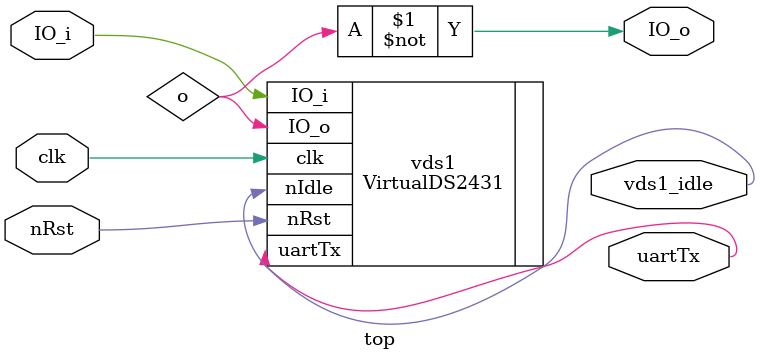
<source format=v>
module top(nRst,
           clk,
           IO_i,
           IO_o,
           uartTx,
           vds1_idle);
    
    input nRst;
    input clk;
    input IO_i;
    output IO_o;
    output uartTx;
    output vds1_idle;
    
    wire o;
    assign IO_o = ~o;
    VirtualDS2431 vds1(
    .nRst(nRst),
    .clk(clk),
    .IO_i(IO_i),
    .IO_o(o),
    .uartTx(uartTx),
    .nIdle(vds1_idle)
    );
    
    
    
endmodule

</source>
